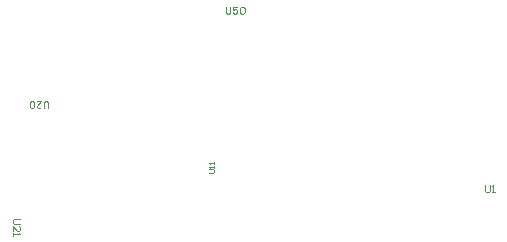
<source format=gm1>
G04*
G04 #@! TF.GenerationSoftware,Altium Limited,Altium Designer,22.2.1 (43)*
G04*
G04 Layer_Color=16711935*
%FSLAX43Y43*%
%MOMM*%
G71*
G04*
G04 #@! TF.SameCoordinates,2A909F52-9C27-4A3D-9E3E-93034AC3C428*
G04*
G04*
G04 #@! TF.FilePolarity,Positive*
G04*
G01*
G75*
%ADD56C,0.100*%
%ADD57C,0.060*%
D56*
X48641Y21301D02*
Y20801D01*
X48741Y20701D01*
X48941D01*
X49041Y20801D01*
Y21301D01*
X49241Y20701D02*
X49441D01*
X49341D01*
Y21301D01*
X49241Y21201D01*
X11662Y27782D02*
Y28282D01*
X11562Y28382D01*
X11362D01*
X11262Y28282D01*
Y27782D01*
X10662Y28382D02*
X11062D01*
X10662Y27982D01*
Y27882D01*
X10762Y27782D01*
X10962D01*
X11062Y27882D01*
X10462D02*
X10362Y27782D01*
X10162D01*
X10063Y27882D01*
Y28282D01*
X10162Y28382D01*
X10362D01*
X10462Y28282D01*
Y27882D01*
X9236Y18415D02*
X8736D01*
X8636Y18315D01*
Y18115D01*
X8736Y18015D01*
X9236D01*
X8636Y17415D02*
Y17815D01*
X9036Y17415D01*
X9136D01*
X9236Y17515D01*
Y17715D01*
X9136Y17815D01*
X8636Y17215D02*
Y17015D01*
Y17115D01*
X9236D01*
X9136Y17215D01*
X26670Y36414D02*
Y35914D01*
X26770Y35814D01*
X26970D01*
X27070Y35914D01*
Y36414D01*
X27670D02*
X27270D01*
Y36114D01*
X27470Y36214D01*
X27570D01*
X27670Y36114D01*
Y35914D01*
X27570Y35814D01*
X27370D01*
X27270Y35914D01*
X27870Y36314D02*
X27970Y36414D01*
X28170D01*
X28269Y36314D01*
Y35914D01*
X28170Y35814D01*
X27970D01*
X27870Y35914D01*
Y36314D01*
D57*
X25254Y22352D02*
X25587D01*
X25654Y22419D01*
Y22552D01*
X25587Y22619D01*
X25254D01*
X25654Y22752D02*
Y22885D01*
Y22819D01*
X25254D01*
X25321Y22752D01*
X25654Y23085D02*
Y23218D01*
Y23152D01*
X25254D01*
X25321Y23085D01*
M02*

</source>
